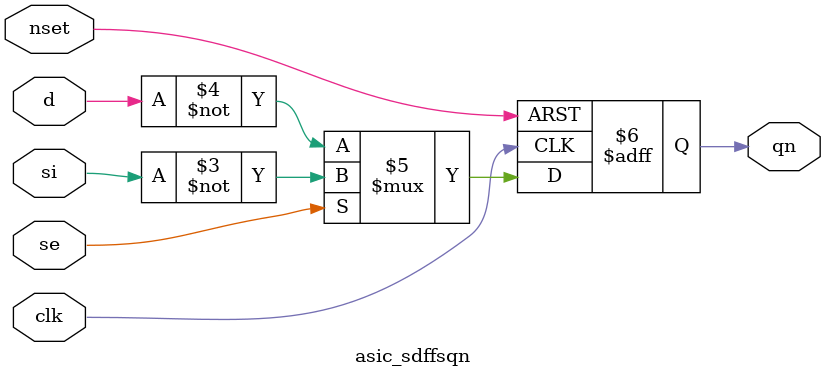
<source format=v>

module asic_sdffsqn
   (
    input      d,
    input      si,
    input      se,
    input      clk,
    input      nset,
    output reg qn
    );

   always @ (posedge clk or negedge nset)
     if(!nset)
       qn <= 1'b0;
     else
       qn <= se ? ~si : ~d;

endmodule

</source>
